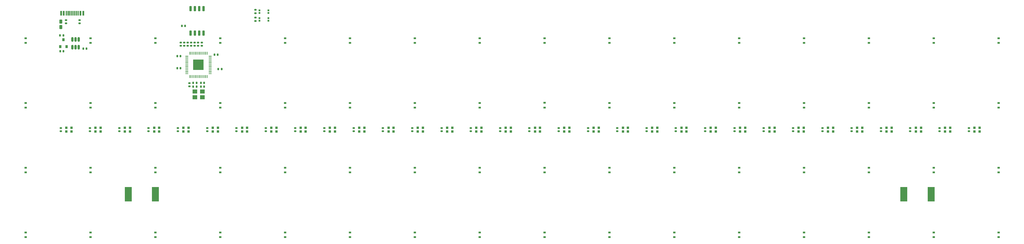
<source format=gbr>
%TF.GenerationSoftware,KiCad,Pcbnew,(6.0.0)*%
%TF.CreationDate,2022-04-25T19:56:53-04:00*%
%TF.ProjectId,HL-2040,484c2d32-3034-4302-9e6b-696361645f70,Mark 2 Rev F*%
%TF.SameCoordinates,Original*%
%TF.FileFunction,Paste,Bot*%
%TF.FilePolarity,Positive*%
%FSLAX46Y46*%
G04 Gerber Fmt 4.6, Leading zero omitted, Abs format (unit mm)*
G04 Created by KiCad (PCBNEW (6.0.0)) date 2022-04-25 19:56:53*
%MOMM*%
%LPD*%
G01*
G04 APERTURE LIST*
G04 Aperture macros list*
%AMRoundRect*
0 Rectangle with rounded corners*
0 $1 Rounding radius*
0 $2 $3 $4 $5 $6 $7 $8 $9 X,Y pos of 4 corners*
0 Add a 4 corners polygon primitive as box body*
4,1,4,$2,$3,$4,$5,$6,$7,$8,$9,$2,$3,0*
0 Add four circle primitives for the rounded corners*
1,1,$1+$1,$2,$3*
1,1,$1+$1,$4,$5*
1,1,$1+$1,$6,$7*
1,1,$1+$1,$8,$9*
0 Add four rect primitives between the rounded corners*
20,1,$1+$1,$2,$3,$4,$5,0*
20,1,$1+$1,$4,$5,$6,$7,0*
20,1,$1+$1,$6,$7,$8,$9,0*
20,1,$1+$1,$8,$9,$2,$3,0*%
G04 Aperture macros list end*
%ADD10C,0.010000*%
%ADD11RoundRect,0.147500X-0.147500X-0.172500X0.147500X-0.172500X0.147500X0.172500X-0.147500X0.172500X0*%
%ADD12RoundRect,0.147500X0.147500X0.172500X-0.147500X0.172500X-0.147500X-0.172500X0.147500X-0.172500X0*%
%ADD13RoundRect,0.147500X0.172500X-0.147500X0.172500X0.147500X-0.172500X0.147500X-0.172500X-0.147500X0*%
%ADD14RoundRect,0.250000X0.292217X0.292217X-0.292217X0.292217X-0.292217X-0.292217X0.292217X-0.292217X0*%
%ADD15RoundRect,0.050000X0.387500X0.050000X-0.387500X0.050000X-0.387500X-0.050000X0.387500X-0.050000X0*%
%ADD16RoundRect,0.050000X0.050000X0.387500X-0.050000X0.387500X-0.050000X-0.387500X0.050000X-0.387500X0*%
%ADD17R,3.050000X3.050000*%
%ADD18R,0.700000X0.600000*%
%ADD19RoundRect,0.147500X-0.172500X0.147500X-0.172500X-0.147500X0.172500X-0.147500X0.172500X0.147500X0*%
%ADD20RoundRect,0.212500X-0.212500X0.400000X-0.212500X-0.400000X0.212500X-0.400000X0.212500X0.400000X0*%
%ADD21R,0.800000X0.900000*%
%ADD22R,0.600000X1.450000*%
%ADD23R,0.300000X1.450000*%
%ADD24R,0.700000X0.700000*%
%ADD25R,2.000000X4.200000*%
%ADD26RoundRect,0.150000X-0.150000X0.650000X-0.150000X-0.650000X0.150000X-0.650000X0.150000X0.650000X0*%
%ADD27R,1.400000X1.200000*%
%ADD28RoundRect,0.150000X0.150000X-0.512500X0.150000X0.512500X-0.150000X0.512500X-0.150000X-0.512500X0*%
G04 APERTURE END LIST*
D10*
%TO.C,S1*%
X104114000Y-76939000D02*
X104564000Y-76939000D01*
X104564000Y-76939000D02*
X104564000Y-76489000D01*
X104564000Y-76489000D02*
X104114000Y-76489000D01*
X104114000Y-76489000D02*
X104114000Y-76939000D01*
G36*
X104564000Y-76939000D02*
G01*
X104114000Y-76939000D01*
X104114000Y-76489000D01*
X104564000Y-76489000D01*
X104564000Y-76939000D01*
G37*
X104564000Y-76939000D02*
X104114000Y-76939000D01*
X104114000Y-76489000D01*
X104564000Y-76489000D01*
X104564000Y-76939000D01*
X106764000Y-76939000D02*
X107214000Y-76939000D01*
X107214000Y-76939000D02*
X107214000Y-76489000D01*
X107214000Y-76489000D02*
X106764000Y-76489000D01*
X106764000Y-76489000D02*
X106764000Y-76939000D01*
G36*
X107214000Y-76939000D02*
G01*
X106764000Y-76939000D01*
X106764000Y-76489000D01*
X107214000Y-76489000D01*
X107214000Y-76939000D01*
G37*
X107214000Y-76939000D02*
X106764000Y-76939000D01*
X106764000Y-76489000D01*
X107214000Y-76489000D01*
X107214000Y-76939000D01*
X104114000Y-77689000D02*
X104564000Y-77689000D01*
X104564000Y-77689000D02*
X104564000Y-77239000D01*
X104564000Y-77239000D02*
X104114000Y-77239000D01*
X104114000Y-77239000D02*
X104114000Y-77689000D01*
G36*
X104564000Y-77689000D02*
G01*
X104114000Y-77689000D01*
X104114000Y-77239000D01*
X104564000Y-77239000D01*
X104564000Y-77689000D01*
G37*
X104564000Y-77689000D02*
X104114000Y-77689000D01*
X104114000Y-77239000D01*
X104564000Y-77239000D01*
X104564000Y-77689000D01*
X106764000Y-77689000D02*
X107214000Y-77689000D01*
X107214000Y-77689000D02*
X107214000Y-77239000D01*
X107214000Y-77239000D02*
X106764000Y-77239000D01*
X106764000Y-77239000D02*
X106764000Y-77689000D01*
G36*
X107214000Y-77689000D02*
G01*
X106764000Y-77689000D01*
X106764000Y-77239000D01*
X107214000Y-77239000D01*
X107214000Y-77689000D01*
G37*
X107214000Y-77689000D02*
X106764000Y-77689000D01*
X106764000Y-77239000D01*
X107214000Y-77239000D01*
X107214000Y-77689000D01*
%TO.C,S2*%
X107214000Y-74203000D02*
X106764000Y-74203000D01*
X106764000Y-74203000D02*
X106764000Y-74653000D01*
X106764000Y-74653000D02*
X107214000Y-74653000D01*
X107214000Y-74653000D02*
X107214000Y-74203000D01*
G36*
X107214000Y-74653000D02*
G01*
X106764000Y-74653000D01*
X106764000Y-74203000D01*
X107214000Y-74203000D01*
X107214000Y-74653000D01*
G37*
X107214000Y-74653000D02*
X106764000Y-74653000D01*
X106764000Y-74203000D01*
X107214000Y-74203000D01*
X107214000Y-74653000D01*
X104564000Y-74953000D02*
X104114000Y-74953000D01*
X104114000Y-74953000D02*
X104114000Y-75403000D01*
X104114000Y-75403000D02*
X104564000Y-75403000D01*
X104564000Y-75403000D02*
X104564000Y-74953000D01*
G36*
X104564000Y-75403000D02*
G01*
X104114000Y-75403000D01*
X104114000Y-74953000D01*
X104564000Y-74953000D01*
X104564000Y-75403000D01*
G37*
X104564000Y-75403000D02*
X104114000Y-75403000D01*
X104114000Y-74953000D01*
X104564000Y-74953000D01*
X104564000Y-75403000D01*
X104564000Y-74203000D02*
X104114000Y-74203000D01*
X104114000Y-74203000D02*
X104114000Y-74653000D01*
X104114000Y-74653000D02*
X104564000Y-74653000D01*
X104564000Y-74653000D02*
X104564000Y-74203000D01*
G36*
X104564000Y-74653000D02*
G01*
X104114000Y-74653000D01*
X104114000Y-74203000D01*
X104564000Y-74203000D01*
X104564000Y-74653000D01*
G37*
X104564000Y-74653000D02*
X104114000Y-74653000D01*
X104114000Y-74203000D01*
X104564000Y-74203000D01*
X104564000Y-74653000D01*
X107214000Y-74953000D02*
X106764000Y-74953000D01*
X106764000Y-74953000D02*
X106764000Y-75403000D01*
X106764000Y-75403000D02*
X107214000Y-75403000D01*
X107214000Y-75403000D02*
X107214000Y-74953000D01*
G36*
X107214000Y-75403000D02*
G01*
X106764000Y-75403000D01*
X106764000Y-74953000D01*
X107214000Y-74953000D01*
X107214000Y-75403000D01*
G37*
X107214000Y-75403000D02*
X106764000Y-75403000D01*
X106764000Y-74953000D01*
X107214000Y-74953000D01*
X107214000Y-75403000D01*
%TD*%
D11*
%TO.C,C1*%
X91158200Y-87477600D03*
X92128200Y-87477600D03*
%TD*%
D12*
%TO.C,C2*%
X85930600Y-95808800D03*
X84960600Y-95808800D03*
%TD*%
D11*
%TO.C,C3*%
X92326600Y-91744800D03*
X93296600Y-91744800D03*
%TD*%
D13*
%TO.C,C6*%
X81305400Y-84886800D03*
X81305400Y-83916800D03*
%TD*%
%TO.C,C8*%
X85394800Y-84886800D03*
X85394800Y-83916800D03*
%TD*%
D14*
%TO.C,U0*%
X87124500Y-91125000D03*
X85849500Y-89850000D03*
X87124500Y-89850000D03*
X85849500Y-91125000D03*
D15*
X89924500Y-87887500D03*
X89924500Y-88287500D03*
X89924500Y-88687500D03*
X89924500Y-89087500D03*
X89924500Y-89487500D03*
X89924500Y-89887500D03*
X89924500Y-90287500D03*
X89924500Y-90687500D03*
X89924500Y-91087500D03*
X89924500Y-91487500D03*
X89924500Y-91887500D03*
X89924500Y-92287500D03*
X89924500Y-92687500D03*
X89924500Y-93087500D03*
D16*
X89087000Y-93925000D03*
X88687000Y-93925000D03*
X88287000Y-93925000D03*
X87887000Y-93925000D03*
X87487000Y-93925000D03*
X87087000Y-93925000D03*
X86687000Y-93925000D03*
X86287000Y-93925000D03*
X85887000Y-93925000D03*
X85487000Y-93925000D03*
X85087000Y-93925000D03*
X84687000Y-93925000D03*
X84287000Y-93925000D03*
X83887000Y-93925000D03*
D15*
X83049500Y-93087500D03*
X83049500Y-92687500D03*
X83049500Y-92287500D03*
X83049500Y-91887500D03*
X83049500Y-91487500D03*
X83049500Y-91087500D03*
X83049500Y-90687500D03*
X83049500Y-90287500D03*
X83049500Y-89887500D03*
X83049500Y-89487500D03*
X83049500Y-89087500D03*
X83049500Y-88687500D03*
X83049500Y-88287500D03*
X83049500Y-87887500D03*
D16*
X83887000Y-87050000D03*
X84287000Y-87050000D03*
X84687000Y-87050000D03*
X85087000Y-87050000D03*
X85487000Y-87050000D03*
X85887000Y-87050000D03*
X86287000Y-87050000D03*
X86687000Y-87050000D03*
X87087000Y-87050000D03*
X87487000Y-87050000D03*
X87887000Y-87050000D03*
X88287000Y-87050000D03*
X88687000Y-87050000D03*
X89087000Y-87050000D03*
D17*
X86487000Y-90487500D03*
%TD*%
D13*
%TO.C,C7*%
X82346800Y-84886800D03*
X82346800Y-83916800D03*
%TD*%
D18*
%TO.C,D1*%
X35718750Y-84043750D03*
X35718750Y-82643750D03*
%TD*%
%TO.C,D2*%
X54768750Y-84043750D03*
X54768750Y-82643750D03*
%TD*%
%TO.C,D3*%
X73818750Y-84043750D03*
X73818750Y-82643750D03*
%TD*%
%TO.C,D4*%
X92868750Y-84043750D03*
X92868750Y-82643750D03*
%TD*%
%TO.C,D5*%
X111918750Y-84043750D03*
X111918750Y-82643750D03*
%TD*%
%TO.C,D6*%
X130968750Y-84043750D03*
X130968750Y-82643750D03*
%TD*%
%TO.C,D7*%
X150018750Y-84043750D03*
X150018750Y-82643750D03*
%TD*%
%TO.C,D8*%
X169068750Y-84043750D03*
X169068750Y-82643750D03*
%TD*%
%TO.C,D9*%
X188118750Y-84043750D03*
X188118750Y-82643750D03*
%TD*%
%TO.C,D10*%
X207168750Y-84043750D03*
X207168750Y-82643750D03*
%TD*%
%TO.C,D11*%
X226218750Y-84043750D03*
X226218750Y-82643750D03*
%TD*%
%TO.C,D12*%
X245268750Y-84043750D03*
X245268750Y-82643750D03*
%TD*%
%TO.C,D13*%
X264318750Y-84043750D03*
X264318750Y-82643750D03*
%TD*%
%TO.C,D14*%
X283368750Y-84043750D03*
X283368750Y-82643750D03*
%TD*%
%TO.C,D15*%
X302418750Y-84043750D03*
X302418750Y-82643750D03*
%TD*%
%TO.C,D16*%
X321468750Y-84043750D03*
X321468750Y-82643750D03*
%TD*%
%TO.C,D17*%
X35718750Y-103093750D03*
X35718750Y-101693750D03*
%TD*%
%TO.C,D18*%
X54768750Y-103093750D03*
X54768750Y-101693750D03*
%TD*%
%TO.C,D19*%
X73818750Y-103093750D03*
X73818750Y-101693750D03*
%TD*%
%TO.C,D20*%
X92868750Y-103093750D03*
X92868750Y-101693750D03*
%TD*%
%TO.C,D21*%
X111918750Y-103093750D03*
X111918750Y-101693750D03*
%TD*%
%TO.C,D22*%
X130968750Y-103093750D03*
X130968750Y-101693750D03*
%TD*%
%TO.C,D23*%
X150018750Y-103093750D03*
X150018750Y-101693750D03*
%TD*%
%TO.C,D24*%
X169068750Y-103093750D03*
X169068750Y-101693750D03*
%TD*%
%TO.C,D25*%
X188118750Y-103031250D03*
X188118750Y-101631250D03*
%TD*%
%TO.C,D26*%
X207168750Y-103106250D03*
X207168750Y-101706250D03*
%TD*%
%TO.C,D27*%
X226218750Y-103093750D03*
X226218750Y-101693750D03*
%TD*%
%TO.C,D28*%
X245268750Y-103093750D03*
X245268750Y-101693750D03*
%TD*%
%TO.C,D29*%
X264318750Y-103093750D03*
X264318750Y-101693750D03*
%TD*%
%TO.C,D30*%
X283368750Y-103093750D03*
X283368750Y-101693750D03*
%TD*%
%TO.C,D31*%
X302418750Y-103093750D03*
X302418750Y-101693750D03*
%TD*%
%TO.C,D32*%
X321468750Y-103093750D03*
X321468750Y-101693750D03*
%TD*%
%TO.C,D33*%
X35718750Y-122143750D03*
X35718750Y-120743750D03*
%TD*%
%TO.C,D34*%
X54768750Y-122143750D03*
X54768750Y-120743750D03*
%TD*%
%TO.C,D35*%
X73818750Y-122143750D03*
X73818750Y-120743750D03*
%TD*%
%TO.C,D36*%
X92868750Y-122143750D03*
X92868750Y-120743750D03*
%TD*%
%TO.C,D37*%
X111918750Y-122143750D03*
X111918750Y-120743750D03*
%TD*%
%TO.C,D38*%
X130968750Y-122143750D03*
X130968750Y-120743750D03*
%TD*%
%TO.C,D39*%
X150018750Y-122143750D03*
X150018750Y-120743750D03*
%TD*%
%TO.C,D40*%
X169068750Y-122143750D03*
X169068750Y-120743750D03*
%TD*%
%TO.C,D41*%
X188118750Y-122143750D03*
X188118750Y-120743750D03*
%TD*%
%TO.C,D42*%
X207168750Y-122143750D03*
X207168750Y-120743750D03*
%TD*%
%TO.C,D43*%
X226218750Y-122143750D03*
X226218750Y-120743750D03*
%TD*%
%TO.C,D44*%
X245268750Y-122143750D03*
X245268750Y-120743750D03*
%TD*%
%TO.C,D45*%
X264318750Y-122143750D03*
X264318750Y-120743750D03*
%TD*%
%TO.C,D46*%
X283368750Y-122143750D03*
X283368750Y-120743750D03*
%TD*%
%TO.C,D47*%
X302418750Y-122143750D03*
X302418750Y-120743750D03*
%TD*%
%TO.C,D48*%
X321468750Y-122143750D03*
X321468750Y-120743750D03*
%TD*%
%TO.C,D49*%
X35718750Y-141193750D03*
X35718750Y-139793750D03*
%TD*%
%TO.C,D50*%
X54768750Y-141193750D03*
X54768750Y-139793750D03*
%TD*%
%TO.C,D51*%
X73818750Y-141193750D03*
X73818750Y-139793750D03*
%TD*%
%TO.C,D52*%
X92868750Y-141193750D03*
X92868750Y-139793750D03*
%TD*%
%TO.C,D53*%
X111918750Y-141193750D03*
X111918750Y-139793750D03*
%TD*%
%TO.C,D54*%
X130968750Y-141193750D03*
X130968750Y-139793750D03*
%TD*%
%TO.C,D55*%
X150018750Y-141193750D03*
X150018750Y-139793750D03*
%TD*%
%TO.C,D56*%
X169068750Y-141193750D03*
X169068750Y-139793750D03*
%TD*%
%TO.C,D57*%
X188118750Y-141193750D03*
X188118750Y-139793750D03*
%TD*%
%TO.C,D58*%
X207168750Y-141193750D03*
X207168750Y-139793750D03*
%TD*%
%TO.C,D59*%
X226218750Y-141193750D03*
X226218750Y-139793750D03*
%TD*%
%TO.C,D60*%
X245268750Y-141193750D03*
X245268750Y-139793750D03*
%TD*%
%TO.C,D61*%
X264318750Y-141193750D03*
X264318750Y-139793750D03*
%TD*%
%TO.C,D62*%
X283368750Y-141193750D03*
X283368750Y-139793750D03*
%TD*%
%TO.C,D63*%
X302418750Y-141193750D03*
X302418750Y-139793750D03*
%TD*%
%TO.C,D64*%
X321468750Y-141193750D03*
X321468750Y-139793750D03*
%TD*%
D13*
%TO.C,RC2*%
X51593750Y-78272500D03*
X51593750Y-77302500D03*
%TD*%
D19*
%TO.C,RC1*%
X47625000Y-77302500D03*
X47625000Y-78272500D03*
%TD*%
%TO.C,RD1*%
X84378800Y-83916800D03*
X84378800Y-84886800D03*
%TD*%
D20*
%TO.C,F0*%
X46069250Y-77737000D03*
X46069250Y-79362000D03*
%TD*%
D21*
%TO.C,U1*%
X47781250Y-85124800D03*
X45881250Y-85124800D03*
X46831250Y-83124800D03*
%TD*%
D13*
%TO.C,LC1*%
X46037500Y-110022500D03*
X46037500Y-109052500D03*
%TD*%
D12*
%TO.C,C4*%
X81206200Y-91490800D03*
X80236200Y-91490800D03*
%TD*%
D22*
%TO.C,J0*%
X46153000Y-75292000D03*
X46953000Y-75292000D03*
D23*
X48153000Y-75292000D03*
X49153000Y-75292000D03*
X49653000Y-75292000D03*
X50653000Y-75292000D03*
D22*
X51853000Y-75292000D03*
X52653000Y-75292000D03*
X52653000Y-75292000D03*
X51853000Y-75292000D03*
D23*
X51153000Y-75292000D03*
X50153000Y-75292000D03*
X48653000Y-75292000D03*
X47653000Y-75292000D03*
D22*
X46953000Y-75292000D03*
X46153000Y-75292000D03*
%TD*%
D13*
%TO.C,LC3*%
X63243950Y-110022500D03*
X63243950Y-109052500D03*
%TD*%
%TO.C,LC10*%
X123466525Y-110022500D03*
X123466525Y-109052500D03*
%TD*%
%TO.C,LC12*%
X140672975Y-110022500D03*
X140672975Y-109052500D03*
%TD*%
%TO.C,LC6*%
X89053625Y-110022500D03*
X89053625Y-109052500D03*
%TD*%
%TO.C,LC8*%
X106260075Y-110022500D03*
X106260075Y-109052500D03*
%TD*%
%TO.C,LC9*%
X114863300Y-110022500D03*
X114863300Y-109052500D03*
%TD*%
%TO.C,LC7*%
X97656850Y-110022500D03*
X97656850Y-109052500D03*
%TD*%
%TO.C,LC5*%
X80450400Y-110022500D03*
X80450400Y-109052500D03*
%TD*%
%TO.C,LC11*%
X132069750Y-110022500D03*
X132069750Y-109052500D03*
%TD*%
%TO.C,LC13*%
X149276200Y-110022500D03*
X149276200Y-109052500D03*
%TD*%
%TO.C,LC4*%
X71847175Y-110022500D03*
X71847175Y-109052500D03*
%TD*%
%TO.C,LC14*%
X157879425Y-110022500D03*
X157879425Y-109052500D03*
%TD*%
%TO.C,LC15*%
X166482650Y-110022500D03*
X166482650Y-109052500D03*
%TD*%
%TO.C,LC16*%
X175085875Y-110022500D03*
X175085875Y-109052500D03*
%TD*%
%TO.C,LC17*%
X183689100Y-110022500D03*
X183689100Y-109052500D03*
%TD*%
%TO.C,LC18*%
X192292325Y-110022500D03*
X192292325Y-109052500D03*
%TD*%
%TO.C,LC19*%
X200895550Y-110022500D03*
X200895550Y-109052500D03*
%TD*%
%TO.C,LC20*%
X209498775Y-110022500D03*
X209498775Y-109052500D03*
%TD*%
%TO.C,LC21*%
X218102000Y-110022500D03*
X218102000Y-109052500D03*
%TD*%
%TO.C,LC22*%
X226705225Y-110022500D03*
X226705225Y-109052500D03*
%TD*%
%TO.C,LC23*%
X235308450Y-110022500D03*
X235308450Y-109052500D03*
%TD*%
%TO.C,LC24*%
X243911675Y-110022500D03*
X243911675Y-109052500D03*
%TD*%
%TO.C,LC25*%
X252480525Y-110022500D03*
X252480525Y-109052500D03*
%TD*%
%TO.C,LC26*%
X261118125Y-110022500D03*
X261118125Y-109052500D03*
%TD*%
%TO.C,LC27*%
X269721350Y-110022500D03*
X269721350Y-109052500D03*
%TD*%
%TO.C,LC28*%
X278324575Y-110022500D03*
X278324575Y-109052500D03*
%TD*%
%TO.C,LC29*%
X286927800Y-110022500D03*
X286927800Y-109052500D03*
%TD*%
%TO.C,LC30*%
X295459150Y-110022500D03*
X295459150Y-109052500D03*
%TD*%
%TO.C,LC31*%
X304134250Y-110022500D03*
X304134250Y-109052500D03*
%TD*%
%TO.C,LC32*%
X312737475Y-110022500D03*
X312737475Y-109052500D03*
%TD*%
D24*
%TO.C,LD16*%
X178217125Y-108987500D03*
X178217125Y-110087500D03*
X176717125Y-110087500D03*
X176717125Y-108987500D03*
%TD*%
%TO.C,LD17*%
X186820350Y-108987500D03*
X186820350Y-110087500D03*
X185320350Y-110087500D03*
X185320350Y-108987500D03*
%TD*%
%TO.C,LD18*%
X195423575Y-108987500D03*
X195423575Y-110087500D03*
X193923575Y-110087500D03*
X193923575Y-108987500D03*
%TD*%
%TO.C,LD19*%
X204026800Y-108987500D03*
X204026800Y-110087500D03*
X202526800Y-110087500D03*
X202526800Y-108987500D03*
%TD*%
%TO.C,LD20*%
X212630025Y-108987500D03*
X212630025Y-110087500D03*
X211130025Y-110087500D03*
X211130025Y-108987500D03*
%TD*%
%TO.C,LD21*%
X221233250Y-108987500D03*
X221233250Y-110087500D03*
X219733250Y-110087500D03*
X219733250Y-108987500D03*
%TD*%
%TO.C,LD22*%
X229836475Y-108987500D03*
X229836475Y-110087500D03*
X228336475Y-110087500D03*
X228336475Y-108987500D03*
%TD*%
%TO.C,LD23*%
X238439700Y-108987500D03*
X238439700Y-110087500D03*
X236939700Y-110087500D03*
X236939700Y-108987500D03*
%TD*%
%TO.C,LD24*%
X247042925Y-108987500D03*
X247042925Y-110087500D03*
X245542925Y-110087500D03*
X245542925Y-108987500D03*
%TD*%
%TO.C,LD25*%
X255680525Y-108987500D03*
X255680525Y-110087500D03*
X254180525Y-110087500D03*
X254180525Y-108987500D03*
%TD*%
%TO.C,LD26*%
X264249375Y-108987500D03*
X264249375Y-110087500D03*
X262749375Y-110087500D03*
X262749375Y-108987500D03*
%TD*%
%TO.C,LD27*%
X272852600Y-108987500D03*
X272852600Y-110087500D03*
X271352600Y-110087500D03*
X271352600Y-108987500D03*
%TD*%
%TO.C,LD28*%
X281455825Y-108987500D03*
X281455825Y-110087500D03*
X279955825Y-110087500D03*
X279955825Y-108987500D03*
%TD*%
%TO.C,LD29*%
X290059050Y-108987500D03*
X290059050Y-110087500D03*
X288559050Y-110087500D03*
X288559050Y-108987500D03*
%TD*%
%TO.C,LD30*%
X298734150Y-108987500D03*
X298734150Y-110087500D03*
X297234150Y-110087500D03*
X297234150Y-108987500D03*
%TD*%
%TO.C,LD32*%
X315868725Y-108987500D03*
X315868725Y-110087500D03*
X314368725Y-110087500D03*
X314368725Y-108987500D03*
%TD*%
%TO.C,LD31*%
X307265500Y-108987500D03*
X307265500Y-110087500D03*
X305765500Y-110087500D03*
X305765500Y-108987500D03*
%TD*%
%TO.C,LD15*%
X169613900Y-108987500D03*
X169613900Y-110087500D03*
X168113900Y-110087500D03*
X168113900Y-108987500D03*
%TD*%
%TO.C,LD14*%
X161010675Y-108987500D03*
X161010675Y-110087500D03*
X159510675Y-110087500D03*
X159510675Y-108987500D03*
%TD*%
%TO.C,LD12*%
X143804225Y-108987500D03*
X143804225Y-110087500D03*
X142304225Y-110087500D03*
X142304225Y-108987500D03*
%TD*%
%TO.C,LD10*%
X126597775Y-108987500D03*
X126597775Y-110087500D03*
X125097775Y-110087500D03*
X125097775Y-108987500D03*
%TD*%
%TO.C,LD13*%
X152407450Y-108987500D03*
X152407450Y-110087500D03*
X150907450Y-110087500D03*
X150907450Y-108987500D03*
%TD*%
%TO.C,LD5*%
X83581650Y-108987500D03*
X83581650Y-110087500D03*
X82081650Y-110087500D03*
X82081650Y-108987500D03*
%TD*%
%TO.C,LD11*%
X135201000Y-108987500D03*
X135201000Y-110087500D03*
X133701000Y-110087500D03*
X133701000Y-108987500D03*
%TD*%
%TO.C,LD6*%
X92184875Y-108987500D03*
X92184875Y-110087500D03*
X90684875Y-110087500D03*
X90684875Y-108987500D03*
%TD*%
%TO.C,LD7*%
X100788100Y-108987500D03*
X100788100Y-110087500D03*
X99288100Y-110087500D03*
X99288100Y-108987500D03*
%TD*%
%TO.C,LD8*%
X109391325Y-108987500D03*
X109391325Y-110087500D03*
X107891325Y-110087500D03*
X107891325Y-108987500D03*
%TD*%
%TO.C,LD9*%
X117994550Y-108987500D03*
X117994550Y-110087500D03*
X116494550Y-110087500D03*
X116494550Y-108987500D03*
%TD*%
%TO.C,LD2*%
X57771975Y-108987500D03*
X57771975Y-110087500D03*
X56271975Y-110087500D03*
X56271975Y-108987500D03*
%TD*%
%TO.C,LD1*%
X49168750Y-108987500D03*
X49168750Y-110087500D03*
X47668750Y-110087500D03*
X47668750Y-108987500D03*
%TD*%
%TO.C,LD3*%
X66375200Y-108987500D03*
X66375200Y-110087500D03*
X64875200Y-110087500D03*
X64875200Y-108987500D03*
%TD*%
%TO.C,LD4*%
X74978425Y-108987500D03*
X74978425Y-110087500D03*
X73478425Y-110087500D03*
X73478425Y-108987500D03*
%TD*%
D13*
%TO.C,LC2*%
X54640725Y-110022500D03*
X54640725Y-109052500D03*
%TD*%
D12*
%TO.C,C5*%
X81206200Y-87884000D03*
X80236200Y-87884000D03*
%TD*%
D25*
%TO.C,TX0*%
X293656250Y-128587500D03*
X301656250Y-128587500D03*
%TD*%
%TO.C,TX1*%
X73850000Y-128587500D03*
X65850000Y-128587500D03*
%TD*%
D12*
%TO.C,CF1*%
X82603200Y-79019400D03*
X81633200Y-79019400D03*
%TD*%
D13*
%TO.C,C10*%
X87452200Y-84886800D03*
X87452200Y-83916800D03*
%TD*%
D19*
%TO.C,C11*%
X83870800Y-95857200D03*
X83870800Y-96827200D03*
%TD*%
D26*
%TO.C,U3*%
X84150200Y-73920800D03*
X85420200Y-73920800D03*
X86690200Y-73920800D03*
X87960200Y-73920800D03*
X87960200Y-81120800D03*
X86690200Y-81120800D03*
X85420200Y-81120800D03*
X84150200Y-81120800D03*
%TD*%
D27*
%TO.C,Y0*%
X87663200Y-100037000D03*
X85463200Y-100037000D03*
X85463200Y-98337000D03*
X87663200Y-98337000D03*
%TD*%
D13*
%TO.C,RR1*%
X103251000Y-77574000D03*
X103251000Y-76604000D03*
%TD*%
D28*
%TO.C,U2*%
X51343600Y-85262300D03*
X50393600Y-85262300D03*
X49443600Y-85262300D03*
X49443600Y-82987300D03*
X50393600Y-82987300D03*
X51343600Y-82987300D03*
%TD*%
D19*
%TO.C,RD0*%
X83362800Y-83916800D03*
X83362800Y-84886800D03*
%TD*%
D12*
%TO.C,RL1*%
X53647200Y-85699600D03*
X52677200Y-85699600D03*
%TD*%
D19*
%TO.C,RF1*%
X103251000Y-74318000D03*
X103251000Y-75288000D03*
%TD*%
D12*
%TO.C,CX2*%
X88165800Y-96901000D03*
X87195800Y-96901000D03*
%TD*%
%TO.C,CP2*%
X46840000Y-86436200D03*
X45870000Y-86436200D03*
%TD*%
D13*
%TO.C,C9*%
X86410800Y-84886800D03*
X86410800Y-83916800D03*
%TD*%
D11*
%TO.C,CP1*%
X45844600Y-81813400D03*
X46814600Y-81813400D03*
%TD*%
D12*
%TO.C,CX1*%
X85930600Y-96901000D03*
X84960600Y-96901000D03*
%TD*%
D11*
%TO.C,RX1*%
X87195800Y-95808800D03*
X88165800Y-95808800D03*
%TD*%
M02*

</source>
